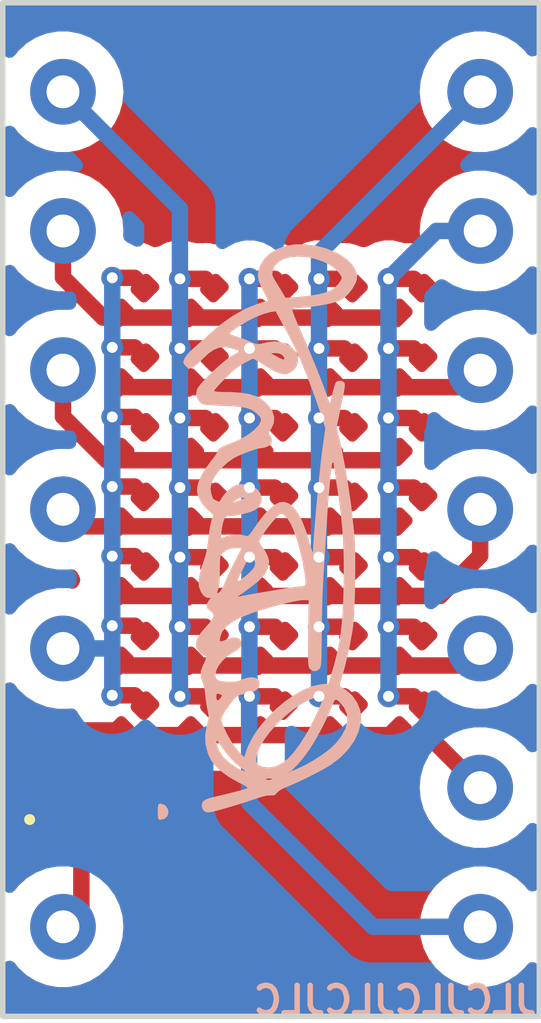
<source format=kicad_pcb>
(kicad_pcb (version 20221018) (generator pcbnew)
  (layers (0 "F.Cu" signal) (31 "B.Cu" signal) (34 "B.Paste" user) (35 "F.Paste" user) (36 "B.SilkS" user "B.Silkscreen") (37 "F.SilkS" user "F.Silkscreen") (38 "B.Mask" user) (39 "F.Mask" user) (44 "Edge.Cuts" user))
  (net 0 "")
  (net 1 "R1")
  (net 2 "C1")
  (net 3 "R2")
  (net 4 "R3")
  (net 5 "R4")
  (net 6 "R5")
  (net 7 "R6")
  (net 8 "R7")
  (net 9 "C2")
  (net 10 "C3")
  (net 11 "C4")
  (net 12 "C5")
  (net 13 "DP")
  (footprint "LED_SMD:LED_0201_0603Metric" (layer "F.Cu") (at 20.45 22.245 45)
    (fp_text reference "D32" hide)
    (fp_text value "LED" hide)
    (pad "1" smd roundrect (at -0.32 0 45) (size 0.46 0.4) (layers "F.Cu" "F.Mask") (net 5 "R4"))
    (pad "2" smd roundrect (at 0.32 0 45) (size 0.46 0.4) (layers "F.Cu" "F.Mask") (net 12 "C5"))
  )
  (footprint "LED_SMD:LED_0201_0603Metric" (layer "F.Cu") (at 20.45 24.785 45)
    (fp_text reference "D34" hide)
    (fp_text value "LED" hide)
    (pad "1" smd roundrect (at -0.32 0 45) (size 0.46 0.4) (layers "F.Cu" "F.Mask") (net 7 "R6"))
    (pad "2" smd roundrect (at 0.32 0 45) (size 0.46 0.4) (layers "F.Cu" "F.Mask") (net 12 "C5"))
  )
  (footprint "LED_SMD:LED_0201_0603Metric" (layer "F.Cu") (at 15.37 22.245 45)
    (fp_text reference "D4" hide)
    (fp_text value "LED" hide)
    (pad "1" smd roundrect (at -0.32 0 45) (size 0.46 0.4) (layers "F.Cu" "F.Mask") (net 5 "R4"))
    (pad "2" smd roundrect (at 0.32 0 45) (size 0.46 0.4) (layers "F.Cu" "F.Mask") (net 2 "C1"))
  )
  (footprint "LED_SMD:LED_0201_0603Metric" (layer "F.Cu") (at 19.18 23.515 45)
    (fp_text reference "D26" hide)
    (fp_text value "LED" hide)
    (pad "1" smd roundrect (at -0.32 0 45) (size 0.46 0.4) (layers "F.Cu" "F.Mask") (net 6 "R5"))
    (pad "2" smd roundrect (at 0.32 0 45) (size 0.46 0.4) (layers "F.Cu" "F.Mask") (net 11 "C4"))
  )
  (footprint "LED_SMD:LED_0201_0603Metric" (layer "F.Cu") (at 16.64 24.785 45)
    (fp_text reference "D13" hide)
    (fp_text value "LED" hide)
    (pad "1" smd roundrect (at -0.32 0 45) (size 0.46 0.4) (layers "F.Cu" "F.Mask") (net 7 "R6"))
    (pad "2" smd roundrect (at 0.32 0 45) (size 0.46 0.4) (layers "F.Cu" "F.Mask") (net 9 "C2"))
  )
  (footprint "LED_SMD:LED_0201_0603Metric" (layer "F.Cu") (at 20.45 19.705 45)
    (fp_text reference "D30" hide)
    (fp_text value "LED" hide)
    (pad "1" smd roundrect (at -0.32 0 45) (size 0.46 0.4) (layers "F.Cu" "F.Mask") (net 3 "R2"))
    (pad "2" smd roundrect (at 0.32 0 45) (size 0.46 0.4) (layers "F.Cu" "F.Mask") (net 12 "C5"))
  )
  (footprint "LED_SMD:LED_0201_0603Metric" (layer "F.Cu") (at 17.91 23.515 45)
    (fp_text reference "D19" hide)
    (fp_text value "LED" hide)
    (pad "1" smd roundrect (at -0.32 0 45) (size 0.46 0.4) (layers "F.Cu" "F.Mask") (net 6 "R5"))
    (pad "2" smd roundrect (at 0.32 0 45) (size 0.46 0.4) (layers "F.Cu" "F.Mask") (net 10 "C3"))
  )
  (footprint "LED_SMD:LED_0201_0603Metric" (layer "F.Cu") (at 17.91 26.055 45)
    (fp_text reference "D21" hide)
    (fp_text value "LED" hide)
    (pad "1" smd roundrect (at -0.32 0 45) (size 0.46 0.4) (layers "F.Cu" "F.Mask") (net 8 "R7"))
    (pad "2" smd roundrect (at 0.32 0 45) (size 0.46 0.4) (layers "F.Cu" "F.Mask") (net 10 "C3"))
  )
  (footprint "Package_DIP:DIP-14_W7.62mm" (layer "F.Cu") (at 14.1 14.625)
    (fp_text reference "J4" hide)
    (fp_text value "Conn_02x07_Counter_Clockwise" hide)
    (pad "1" thru_hole circle (at 0 0) (size 1.2 1.2) (drill 0.6) (layers "*.Cu" "*.Mask") (net 9 "C2"))
    (pad "2" thru_hole circle (at 0 2.54) (size 1.2 1.2) (drill 0.6) (layers "*.Cu" "*.Mask") (net 1 "R1"))
    (pad "3" thru_hole circle (at 0 5.08) (size 1.2 1.2) (drill 0.6) (layers "*.Cu" "*.Mask") (net 4 "R3"))
    (pad "4" thru_hole circle (at 0 7.62) (size 1.2 1.2) (drill 0.6) (layers "*.Cu" "*.Mask") (net 5 "R4"))
    (pad "5" thru_hole circle (at 0 10.16) (size 1.2 1.2) (drill 0.6) (layers "*.Cu" "*.Mask") (net 2 "C1"))
    (pad "7" thru_hole circle (at 0 15.24) (size 1.2 1.2) (drill 0.6) (layers "*.Cu" "*.Mask") (net 13 "DP"))
    (pad "8" thru_hole circle (at 7.62 15.24) (size 1.2 1.2) (drill 0.6) (layers "*.Cu" "*.Mask") (net 10 "C3"))
    (pad "9" thru_hole circle (at 7.62 12.7) (size 1.2 1.2) (drill 0.6) (layers "*.Cu" "*.Mask") (net 8 "R7"))
    (pad "10" thru_hole circle (at 7.62 10.16) (size 1.2 1.2) (drill 0.6) (layers "*.Cu" "*.Mask") (net 7 "R6"))
    (pad "11" thru_hole circle (at 7.62 7.62) (size 1.2 1.2) (drill 0.6) (layers "*.Cu" "*.Mask") (net 6 "R5"))
    (pad "12" thru_hole circle (at 7.62 5.08) (size 1.2 1.2) (drill 0.6) (layers "*.Cu" "*.Mask") (net 3 "R2"))
    (pad "13" thru_hole circle (at 7.62 2.54) (size 1.2 1.2) (drill 0.6) (layers "*.Cu" "*.Mask") (net 12 "C5"))
    (pad "14" thru_hole circle (at 7.62 0) (size 1.2 1.2) (drill 0.6) (layers "*.Cu" "*.Mask") (net 11 "C4"))
  )
  (footprint "LED_SMD:LED_0201_0603Metric" (layer "F.Cu") (at 15.37 18.435 45)
    (fp_text reference "D1" hide)
    (fp_text value "LED" hide)
    (pad "1" smd roundrect (at -0.32 0 45) (size 0.46 0.4) (layers "F.Cu" "F.Mask") (net 1 "R1"))
    (pad "2" smd roundrect (at 0.32 0 45) (size 0.46 0.4) (layers "F.Cu" "F.Mask") (net 2 "C1"))
  )
  (footprint "LED_SMD:LED_0201_0603Metric" (layer "F.Cu") (at 15.37 24.785 45)
    (fp_text reference "D6" hide)
    (fp_text value "LED" hide)
    (pad "1" smd roundrect (at -0.32 0 45) (size 0.46 0.4) (layers "F.Cu" "F.Mask") (net 7 "R6"))
    (pad "2" smd roundrect (at 0.32 0 45) (size 0.46 0.4) (layers "F.Cu" "F.Mask") (net 2 "C1"))
  )
  (footprint "LED_SMD:LED_0201_0603Metric" (layer "F.Cu") (at 17.91 19.705 45)
    (fp_text reference "D16" hide)
    (fp_text value "LED" hide)
    (pad "1" smd roundrect (at -0.32 0 45) (size 0.46 0.4) (layers "F.Cu" "F.Mask") (net 3 "R2"))
    (pad "2" smd roundrect (at 0.32 0 45) (size 0.46 0.4) (layers "F.Cu" "F.Mask") (net 10 "C3"))
  )
  (footprint "LED_SMD:LED_0201_0603Metric" (layer "F.Cu") (at 15.37 19.705 45)
    (fp_text reference "D2" hide)
    (fp_text value "LED" hide)
    (pad "1" smd roundrect (at -0.32 0 45) (size 0.46 0.4) (layers "F.Cu" "F.Mask") (net 3 "R2"))
    (pad "2" smd roundrect (at 0.32 0 45) (size 0.46 0.4) (layers "F.Cu" "F.Mask") (net 2 "C1"))
  )
  (footprint "LED_SMD:LED_0201_0603Metric" (layer "F.Cu") (at 19.18 19.705 45)
    (fp_text reference "D23" hide)
    (fp_text value "LED" hide)
    (pad "1" smd roundrect (at -0.32 0 45) (size 0.46 0.4) (layers "F.Cu" "F.Mask") (net 3 "R2"))
    (pad "2" smd roundrect (at 0.32 0 45) (size 0.46 0.4) (layers "F.Cu" "F.Mask") (net 11 "C4"))
  )
  (footprint "LED_SMD:LED_0201_0603Metric" (layer "F.Cu") (at 20.45 26.055 45)
    (fp_text reference "D35" hide)
    (fp_text value "LED" hide)
    (pad "1" smd roundrect (at -0.32 0 45) (size 0.46 0.4) (layers "F.Cu" "F.Mask") (net 8 "R7"))
    (pad "2" smd roundrect (at 0.32 0 45) (size 0.46 0.4) (layers "F.Cu" "F.Mask") (net 12 "C5"))
  )
  (footprint "LED_SMD:LED_0201_0603Metric" (layer "F.Cu") (at 19.18 24.785 45)
    (fp_text reference "D27" hide)
    (fp_text value "LED" hide)
    (pad "1" smd roundrect (at -0.32 0 45) (size 0.46 0.4) (layers "F.Cu" "F.Mask") (net 7 "R6"))
    (pad "2" smd roundrect (at 0.32 0 45) (size 0.46 0.4) (layers "F.Cu" "F.Mask") (net 11 "C4"))
  )
  (footprint "LED_SMD:LED_0201_0603Metric" (layer "F.Cu") (at 17.91 24.785 45)
    (fp_text reference "D20" hide)
    (fp_text value "LED" hide)
    (pad "1" smd roundrect (at -0.32 0 45) (size 0.46 0.4) (layers "F.Cu" "F.Mask") (net 7 "R6"))
    (pad "2" smd roundrect (at 0.32 0 45) (size 0.46 0.4) (layers "F.Cu" "F.Mask") (net 10 "C3"))
  )
  (footprint "LED_SMD:LED_0201_0603Metric" (layer "F.Cu") (at 19.18 18.435 45)
    (fp_text reference "D22" hide)
    (fp_text value "LED" hide)
    (pad "1" smd roundrect (at -0.32 0 45) (size 0.46 0.4) (layers "F.Cu" "F.Mask") (net 1 "R1"))
    (pad "2" smd roundrect (at 0.32 0 45) (size 0.46 0.4) (layers "F.Cu" "F.Mask") (net 11 "C4"))
  )
  (footprint "LED_SMD:LED_0201_0603Metric" (layer "F.Cu") (at 20.45 23.515 45)
    (fp_text reference "D33" hide)
    (fp_text value "LED" hide)
    (pad "1" smd roundrect (at -0.32 0 45) (size 0.46 0.4) (layers "F.Cu" "F.Mask") (net 6 "R5"))
    (pad "2" smd roundrect (at 0.32 0 45) (size 0.46 0.4) (layers "F.Cu" "F.Mask") (net 12 "C5"))
  )
  (footprint "LED_SMD:LED_0201_0603Metric" (layer "F.Cu") (at 16.64 20.975 45)
    (fp_text reference "D10" hide)
    (fp_text value "LED" hide)
    (pad "1" smd roundrect (at -0.32 0 45) (size 0.46 0.4) (layers "F.Cu" "F.Mask") (net 4 "R3"))
    (pad "2" smd roundrect (at 0.32 0 45) (size 0.46 0.4) (layers "F.Cu" "F.Mask") (net 9 "C2"))
  )
  (footprint "LED_SMD:LED_0201_0603Metric" (layer "F.Cu") (at 19.18 26.055 45)
    (fp_text reference "D28" hide)
    (fp_text value "LED" hide)
    (pad "1" smd roundrect (at -0.32 0 45) (size 0.46 0.4) (layers "F.Cu" "F.Mask") (net 8 "R7"))
    (pad "2" smd roundrect (at 0.32 0 45) (size 0.46 0.4) (layers "F.Cu" "F.Mask") (net 11 "C4"))
  )
  (footprint "LED_SMD:LED_0201_0603Metric" (layer "F.Cu") (at 16.64 18.435 45)
    (fp_text reference "D8" hide)
    (fp_text value "LED" hide)
    (pad "1" smd roundrect (at -0.32 0 45) (size 0.46 0.4) (layers "F.Cu" "F.Mask") (net 1 "R1"))
    (pad "2" smd roundrect (at 0.32 0 45) (size 0.46 0.4) (layers "F.Cu" "F.Mask") (net 9 "C2"))
  )
  (footprint "LED_SMD:LED_0201_0603Metric" (layer "F.Cu") (at 16.64 19.705 45)
    (fp_text reference "D9" hide)
    (fp_text value "LED" hide)
    (pad "1" smd roundrect (at -0.32 0 45) (size 0.46 0.4) (layers "F.Cu" "F.Mask") (net 3 "R2"))
    (pad "2" smd roundrect (at 0.32 0 45) (size 0.46 0.4) (layers "F.Cu" "F.Mask") (net 9 "C2"))
  )
  (footprint "LED_SMD:LED_0201_0603Metric" (layer "F.Cu") (at 19.18 20.975 45)
    (fp_text reference "D24" hide)
    (fp_text value "LED" hide)
    (pad "1" smd roundrect (at -0.32 0 45) (size 0.46 0.4) (layers "F.Cu" "F.Mask") (net 4 "R3"))
    (pad "2" smd roundrect (at 0.32 0 45) (size 0.46 0.4) (layers "F.Cu" "F.Mask") (net 11 "C4"))
  )
  (footprint "LED_SMD:LED_0201_0603Metric" (layer "F.Cu") (at 16.64 23.515 45)
    (fp_text reference "D12" hide)
    (fp_text value "LED" hide)
    (pad "1" smd roundrect (at -0.32 0 45) (size 0.46 0.4) (layers "F.Cu" "F.Mask") (net 6 "R5"))
    (pad "2" smd roundrect (at 0.32 0 45) (size 0.46 0.4) (layers "F.Cu" "F.Mask") (net 9 "C2"))
  )
  (footprint "LED_SMD:LED_0201_0603Metric" (layer "F.Cu") (at 17.91 22.245 45)
    (fp_text reference "D18" hide)
    (fp_text value "LED" hide)
    (pad "1" smd roundrect (at -0.32 0 45) (size 0.46 0.4) (layers "F.Cu" "F.Mask") (net 5 "R4"))
    (pad "2" smd roundrect (at 0.32 0 45) (size 0.46 0.4) (layers "F.Cu" "F.Mask") (net 10 "C3"))
  )
  (footprint "LED_SMD:LED_0201_0603Metric" (layer "F.Cu") (at 20.45 20.975 45)
    (fp_text reference "D31" hide)
    (fp_text value "LED" hide)
    (pad "1" smd roundrect (at -0.32 0 45) (size 0.46 0.4) (layers "F.Cu" "F.Mask") (net 4 "R3"))
    (pad "2" smd roundrect (at 0.32 0 45) (size 0.46 0.4) (layers "F.Cu" "F.Mask") (net 12 "C5"))
  )
  (footprint "LED_SMD:LED_0201_0603Metric" (layer "F.Cu") (at 14.1 27.3 45)
    (fp_text reference "D36" hide)
    (fp_text value "LED" hide)
    (pad "1" smd roundrect (at -0.32 0 45) (size 0.46 0.4) (layers "F.Cu" "F.Mask") (net 8 "R7"))
    (pad "2" smd roundrect (at 0.32 0 45) (size 0.46 0.4) (layers "F.Cu" "F.Mask") (net 13 "DP"))
  )
  (footprint "LED_SMD:LED_0201_0603Metric" (layer "F.Cu") (at 20.45 18.435 45)
    (fp_text reference "D29" hide)
    (fp_text value "LED" hide)
    (pad "1" smd roundrect (at -0.32 0 45) (size 0.46 0.4) (layers "F.Cu" "F.Mask") (net 1 "R1"))
    (pad "2" smd roundrect (at 0.32 0 45) (size 0.46 0.4) (layers "F.Cu" "F.Mask") (net 12 "C5"))
  )
  (footprint "LED_SMD:LED_0201_0603Metric" (layer "F.Cu") (at 19.18 22.245 45)
    (fp_text reference "D25" hide)
    (fp_text value "LED" hide)
    (pad "1" smd roundrect (at -0.32 0 45) (size 0.46 0.4) (layers "F.Cu" "F.Mask") (net 5 "R4"))
    (pad "2" smd roundrect (at 0.32 0 45) (size 0.46 0.4) (layers "F.Cu" "F.Mask") (net 11 "C4"))
  )
  (footprint "LED_SMD:LED_0201_0603Metric" (layer "F.Cu") (at 15.37 26.055 45)
    (fp_text reference "D7" hide)
    (fp_text value "LED" hide)
    (pad "1" smd roundrect (at -0.32 0 45) (size 0.46 0.4) (layers "F.Cu" "F.Mask") (net 8 "R7"))
    (pad "2" smd roundrect (at 0.32 0 45) (size 0.46 0.4) (layers "F.Cu" "F.Mask") (net 2 "C1"))
  )
  (footprint "LED_SMD:LED_0201_0603Metric" (layer "F.Cu") (at 15.37 20.975 45)
    (fp_text reference "D3" hide)
    (fp_text value "LED" hide)
    (pad "1" smd roundrect (at -0.32 0 45) (size 0.46 0.4) (layers "F.Cu" "F.Mask") (net 4 "R3"))
    (pad "2" smd roundrect (at 0.32 0 45) (size 0.46 0.4) (layers "F.Cu" "F.Mask") (net 2 "C1"))
  )
  (footprint "LED_SMD:LED_0201_0603Metric" (layer "F.Cu") (at 17.91 20.975 45)
    (fp_text reference "D17" hide)
    (fp_text value "LED" hide)
    (pad "1" smd roundrect (at -0.32 0 45) (size 0.46 0.4) (layers "F.Cu" "F.Mask") (net 4 "R3"))
    (pad "2" smd roundrect (at 0.32 0 45) (size 0.46 0.4) (layers "F.Cu" "F.Mask") (net 10 "C3"))
  )
  (footprint "LED_SMD:LED_0201_0603Metric" (layer "F.Cu") (at 16.64 22.245 45)
    (fp_text reference "D11" hide)
    (fp_text value "LED" hide)
    (pad "1" smd roundrect (at -0.32 0 45) (size 0.46 0.4) (layers "F.Cu" "F.Mask") (net 5 "R4"))
    (pad "2" smd roundrect (at 0.32 0 45) (size 0.46 0.4) (layers "F.Cu" "F.Mask") (net 9 "C2"))
  )
  (footprint "LED_SMD:LED_0201_0603Metric" (layer "F.Cu") (at 17.91 18.435 45)
    (fp_text reference "D15" hide)
    (fp_text value "LED" hide)
    (pad "1" smd roundrect (at -0.32 0 45) (size 0.46 0.4) (layers "F.Cu" "F.Mask") (net 1 "R1"))
    (pad "2" smd roundrect (at 0.32 0 45) (size 0.46 0.4) (layers "F.Cu" "F.Mask") (net 10 "C3"))
  )
  (footprint "LED_SMD:LED_0201_0603Metric" (layer "F.Cu") (at 15.37 23.515 45)
    (fp_text reference "D5" hide)
    (fp_text value "LED" hide)
    (pad "1" smd roundrect (at -0.32 0 45) (size 0.46 0.4) (layers "F.Cu" "F.Mask") (net 6 "R5"))
    (pad "2" smd roundrect (at 0.32 0 45) (size 0.46 0.4) (layers "F.Cu" "F.Mask") (net 2 "C1"))
  )
  (footprint "LED_SMD:LED_0201_0603Metric" (layer "F.Cu") (at 16.64 26.055 45)
    (fp_text reference "D14" hide)
    (fp_text value "LED" hide)
    (pad "1" smd roundrect (at -0.32 0 45) (size 0.46 0.4) (layers "F.Cu" "F.Mask") (net 8 "R7"))
    (pad "2" smd roundrect (at 0.32 0 45) (size 0.46 0.4) (layers "F.Cu" "F.Mask") (net 9 "C2"))
  )
  (footprint "LOGO" (layer "B.Cu") (at 17.91 22.245 90)
    (fp_text reference "G***" hide)
    (fp_text value "LOGO" hide)
  )
  (gr_rect (start 13 13) (end 22.8 31.5) (stroke (width 0.1)) (fill none) (layer "Edge.Cuts"))
  (gr_text "JLCJLCJLCJLC" (at 22.8 31.5) (layer "B.SilkS") (effects (font (size 0.5 0.5) (thickness 0.1) bold) (justify left bottom mirror)))
  (segment (start 14.1 17.165) (end 14.1 18.013528) (width 0.3) (layer "F.Cu") (net 1))
  (segment (start 14.1 18.013528) (end 14.886472 18.8) (width 0.15) (layer "F.Cu") (net 1))
  (segment (start 14.1 18.013528) (end 14.832833 18.746361) (width 0.3) (layer "F.Cu") (net 1))
  (segment (start 14.886472 18.8) (end 20.085 18.8) (width 0.15) (layer "F.Cu") (net 1))
  (segment (start 20.138639 18.746361) (end 20.223726 18.661274) (width 0.15) (layer "F.Cu") (net 1))
  (segment (start 14.832833 18.746361) (end 20.138639 18.746361) (width 0.3) (layer "F.Cu") (net 1))
  (segment (start 15.407548 25.64) (end 15 25.64) (width 0.3) (layer "F.Cu") (net 2))
  (segment (start 15.407548 20.56) (end 15.596274 20.748726) (width 0.3) (layer "F.Cu") (net 2))
  (segment (start 15.596274 25.828726) (end 15.407548 25.64) (width 0.3) (layer "F.Cu") (net 2))
  (segment (start 15 21.83) (end 15.407548 21.83) (width 0.3) (layer "F.Cu") (net 2))
  (segment (start 15.407548 18.02) (end 15.596274 18.208726) (width 0.3) (layer "F.Cu") (net 2))
  (segment (start 15.407548 23.1) (end 15.596274 23.288726) (width 0.3) (layer "F.Cu") (net 2))
  (segment (start 15 18.02) (end 15.407548 18.02) (width 0.3) (layer "F.Cu") (net 2))
  (segment (start 15 20.56) (end 15.407548 20.56) (width 0.3) (layer "F.Cu") (net 2))
  (segment (start 15.407548 24.37) (end 15 24.37) (width 0.3) (layer "F.Cu") (net 2))
  (segment (start 15.407548 21.83) (end 15.596274 22.018726) (width 0.3) (layer "F.Cu") (net 2))
  (segment (start 15.596274 24.558726) (end 15.407548 24.37) (width 0.3) (layer "F.Cu") (net 2))
  (segment (start 15 23.1) (end 15.407548 23.1) (width 0.3) (layer "F.Cu") (net 2))
  (segment (start 15.407548 19.29) (end 15.596274 19.478726) (width 0.3) (layer "F.Cu") (net 2))
  (segment (start 15 19.29) (end 15.407548 19.29) (width 0.3) (layer "F.Cu") (net 2))
  (via (at 15 24.37) (size 0.4) (drill 0.2) (layers "F.Cu" "B.Cu") (net 2))
  (via (at 15 25.64) (size 0.4) (drill 0.2) (layers "F.Cu" "B.Cu") (net 2))
  (via (at 15 23.1) (size 0.4) (drill 0.2) (layers "F.Cu" "B.Cu") (net 2))
  (via (at 15 21.83) (size 0.4) (drill 0.2) (layers "F.Cu" "B.Cu") (net 2))
  (via (at 15 20.56) (size 0.4) (drill 0.2) (layers "F.Cu" "B.Cu") (net 2))
  (via (at 15 19.29) (size 0.4) (drill 0.2) (layers "F.Cu" "B.Cu") (net 2))
  (via (at 15 18.02) (size 0.4) (drill 0.2) (layers "F.Cu" "B.Cu") (net 2))
  (segment (start 14.985 24.785) (end 15 24.8) (width 0.3) (layer "B.Cu") (net 2))
  (segment (start 15 18.02) (end 15 24.8) (width 0.3) (layer "B.Cu") (net 2))
  (segment (start 15 24.8) (end 15 25.64) (width 0.3) (layer "B.Cu") (net 2))
  (segment (start 14.1 24.785) (end 14.985 24.785) (width 0.3) (layer "B.Cu") (net 2))
  (segment (start 15.228813 20.016361) (end 15.143726 19.931274) (width 0.15) (layer "F.Cu") (net 3))
  (segment (start 21.72 19.705) (end 21.408639 20.016361) (width 0.15) (layer "F.Cu") (net 3))
  (segment (start 21.408639 20.016361) (end 15.228813 20.016361) (width 0.3) (layer "F.Cu") (net 3))
  (segment (start 14.832833 21.286361) (end 15 21.286361) (width 0.15) (layer "F.Cu") (net 4))
  (segment (start 20.075 21.35) (end 20.223726 21.201274) (width 0.15) (layer "F.Cu") (net 4))
  (segment (start 14.1 20.553528) (end 14.896472 21.35) (width 0.3) (layer "F.Cu") (net 4))
  (segment (start 15 21.286361) (end 20.138639 21.286361) (width 0.15) (layer "F.Cu") (net 4))
  (segment (start 15.228813 21.286361) (end 16.328639 21.286361) (width 0.15) (layer "F.Cu") (net 4))
  (segment (start 14.1 20.553528) (end 14.832833 21.286361) (width 0.15) (layer "F.Cu") (net 4))
  (segment (start 16.413726 21.201274) (end 16.498813 21.286361) (width 0.15) (layer "F.Cu") (net 4))
  (segment (start 14.896472 21.35) (end 20.075 21.35) (width 0.3) (layer "F.Cu") (net 4))
  (segment (start 15.085087 21.201274) (end 15 21.286361) (width 0.15) (layer "F.Cu") (net 4))
  (segment (start 16.328639 21.286361) (end 16.413726 21.201274) (width 0.15) (layer "F.Cu") (net 4))
  (segment (start 15.143726 21.201274) (end 15.228813 21.286361) (width 0.15) (layer "F.Cu") (net 4))
  (segment (start 15.143726 21.201274) (end 15.085087 21.201274) (width 0.15) (layer "F.Cu") (net 4))
  (segment (start 16.8 21.286361) (end 15.228813 21.286361) (width 0.15) (layer "F.Cu") (net 4))
  (segment (start 14.1 19.705) (end 14.1 20.553528) (width 0.3) (layer "F.Cu") (net 4))
  (segment (start 14.411361 22.556361) (end 20.138639 22.556361) (width 0.3) (layer "F.Cu") (net 5))
  (segment (start 20.138639 22.556361) (end 20.223726 22.471274) (width 0.15) (layer "F.Cu") (net 5))
  (segment (start 14.1 22.245) (end 14.411361 22.556361) (width 0.15) (layer "F.Cu") (net 5))
  (segment (start 21.72 22.245) (end 21.72 23.093528) (width 0.3) (layer "F.Cu") (net 6))
  (segment (start 15.228813 23.826361) (end 15.143726 23.741274) (width 0.15) (layer "F.Cu") (net 6))
  (segment (start 20.987167 23.826361) (end 15.228813 23.826361) (width 0.3) (layer "F.Cu") (net 6))
  (segment (start 21.72 23.093528) (end 20.987167 23.826361) (width 0.3) (layer "F.Cu") (net 6))
  (segment (start 15.228813 25.096361) (end 15.143726 25.011274) (width 0.15) (layer "F.Cu") (net 7))
  (segment (start 21.72 24.785) (end 21.408639 25.096361) (width 0.15) (layer "F.Cu") (net 7))
  (segment (start 21.408639 25.096361) (end 15.228813 25.096361) (width 0.3) (layer "F.Cu") (net 7))
  (segment (start 15.228813 26.366361) (end 20.761361 26.366361) (width 0.3) (layer "F.Cu") (net 8))
  (segment (start 21.267452 27.325) (end 21.72 27.325) (width 0.15) (layer "F.Cu") (net 8))
  (segment (start 15.143726 26.281274) (end 15.228813 26.366361) (width 0.15) (layer "F.Cu") (net 8))
  (segment (start 14.446974 26.281274) (end 15.143726 26.281274) (width 0.3) (layer "F.Cu") (net 8))
  (segment (start 13.788639 26.939609) (end 14.446974 26.281274) (width 0.3) (layer "F.Cu") (net 8))
  (segment (start 13.873726 27.526274) (end 13.788639 27.441187) (width 0.15) (layer "F.Cu") (net 8))
  (segment (start 20.761361 26.366361) (end 21.72 27.325) (width 0.3) (layer "F.Cu") (net 8))
  (segment (start 13.788639 27.441187) (end 13.788639 26.939609) (width 0.3) (layer "F.Cu") (net 8))
  (segment (start 16.235773 20.578848) (end 16.696396 20.578848) (width 0.3) (layer "F.Cu") (net 9))
  (segment (start 16.696396 21.848848) (end 16.866274 22.018726) (width 0.3) (layer "F.Cu") (net 9))
  (segment (start 16.866274 25.828726) (end 16.696396 25.658848) (width 0.3) (layer "F.Cu") (net 9))
  (segment (start 16.696396 19.308848) (end 16.866274 19.478726) (width 0.3) (layer "F.Cu") (net 9))
  (segment (start 16.235773 25.658848) (end 16.208909 25.658848) (width 0.3) (layer "F.Cu") (net 9))
  (segment (start 16.866274 24.558726) (end 16.696396 24.388848) (width 0.3) (layer "F.Cu") (net 9))
  (segment (start 16.235773 19.308848) (end 16.696396 19.308848) (width 0.3) (layer "F.Cu") (net 9))
  (segment (start 16.235773 23.118848) (end 16.696396 23.118848) (width 0.3) (layer "F.Cu") (net 9))
  (segment (start 16.696396 24.388848) (end 16.235773 24.388848) (width 0.3) (layer "F.Cu") (net 9))
  (segment (start 16.696396 25.658848) (end 16.235773 25.658848) (width 0.3) (layer "F.Cu") (net 9))
  (segment (start 16.696396 18.038848) (end 16.235773 18.038848) (width 0.3) (layer "F.Cu") (net 9))
  (segment (start 16.866274 18.208726) (end 16.696396 18.038848) (width 0.3) (layer "F.Cu") (net 9))
  (segment (start 16.696396 20.578848) (end 16.866274 20.748726) (width 0.3) (layer "F.Cu") (net 9))
  (segment (start 16.696396 23.118848) (end 16.866274 23.288726) (width 0.3) (layer "F.Cu") (net 9))
  (segment (start 16.235773 21.848848) (end 16.696396 21.848848) (width 0.3) (layer "F.Cu") (net 9))
  (via (at 16.235773 20.578848) (size 0.4) (drill 0.2) (layers "F.Cu" "B.Cu") (net 9))
  (via (at 16.235773 18.038848) (size 0.4) (drill 0.2) (layers "F.Cu" "B.Cu") (net 9))
  (via (at 16.235773 25.658848) (size 0.4) (drill 0.2) (layers "F.Cu" "B.Cu") (net 9))
  (via (at 16.235773 21.848848) (size 0.4) (drill 0.2) (layers "F.Cu" "B.Cu") (net 9))
  (via (at 16.235773 19.308848) (size 0.4) (drill 0.2) (layers "F.Cu" "B.Cu") (net 9))
  (via (at 16.235773 24.388848) (size 0.4) (drill 0.2) (layers "F.Cu" "B.Cu") (net 9))
  (via (at 16.235773 23.118848) (size 0.4) (drill 0.2) (layers "F.Cu" "B.Cu") (net 9))
  (segment (start 16.235773 16.760773) (end 14.1 14.625) (width 0.3) (layer "B.Cu") (net 9))
  (segment (start 16.235773 18.038848) (end 16.235773 25.658848) (width 0.3) (layer "B.Cu") (net 9))
  (segment (start 16.235773 18.038848) (end 16.235773 16.760773) (width 0.3) (layer "B.Cu") (net 9))
  (segment (start 18.136274 18.208726) (end 17.966396 18.038848) (width 0.3) (layer "F.Cu") (net 10))
  (segment (start 17.505773 19.308848) (end 17.966396 19.308848) (width 0.3) (layer "F.Cu") (net 10))
  (segment (start 17.966396 18.038848) (end 17.505773 18.038848) (width 0.3) (layer "F.Cu") (net 10))
  (segment (start 17.966396 23.118848) (end 17.505773 23.118848) (width 0.3) (layer "F.Cu") (net 10))
  (segment (start 18.136274 24.558726) (end 17.966396 24.388848) (width 0.3) (layer "F.Cu") (net 10))
  (segment (start 18.136274 20.748726) (end 17.966396 20.578848) (width 0.3) (layer "F.Cu") (net 10))
  (segment (start 17.966396 24.388848) (end 17.505773 24.388848) (width 0.3) (layer "F.Cu") (net 10))
  (segment (start 18.136274 23.288726) (end 17.966396 23.118848) (width 0.3) (layer "F.Cu") (net 10))
  (segment (start 18.136274 25.828726) (end 17.966396 25.658848) (width 0.3) (layer "F.Cu") (net 10))
  (segment (start 17.966396 19.308848) (end 18.136274 19.478726) (width 0.3) (layer "F.Cu") (net 10))
  (segment (start 17.966396 25.658848) (end 17.505773 25.658848) (width 0.3) (layer "F.Cu") (net 10))
  (segment (start 18.136274 22.018726) (end 17.966396 21.848848) (width 0.3) (layer "F.Cu") (net 10))
  (segment (start 17.966396 20.578848) (end 17.505773 20.578848) (width 0.3) (layer "F.Cu") (net 10))
  (segment (start 17.966396 21.848848) (end 17.505773 21.848848) (width 0.3) (layer "F.Cu") (net 10))
  (via (at 17.505773 24.388848) (size 0.4) (drill 0.2) (layers "F.Cu" "B.Cu") (net 10))
  (via (at 17.505773 19.308848) (size 0.4) (drill 0.2) (layers "F.Cu" "B.Cu") (net 10))
  (via (at 17.505773 18.038848) (size 0.4) (drill 0.2) (layers "F.Cu" "B.Cu") (net 10))
  (via (at 17.505773 21.848848) (size 0.4) (drill 0.2) (layers "F.Cu" "B.Cu") (net 10))
  (via (at 17.505773 23.118848) (size 0.4) (drill 0.2) (layers "F.Cu" "B.Cu") (net 10))
  (via (at 17.505773 25.658848) (size 0.4) (drill 0.2) (layers "F.Cu" "B.Cu") (net 10))
  (via (at 17.505773 20.578848) (size 0.4) (drill 0.2) (layers "F.Cu" "B.Cu") (net 10))
  (segment (start 17.5 25.664621) (end 17.505773 25.658848) (width 0.3) (layer "B.Cu") (net 10))
  (segment (start 17.5 27.6) (end 17.5 25.664621) (width 0.3) (layer "B.Cu") (net 10))
  (segment (start 17.505773 25.658848) (end 17.505773 18.038848) (width 0.3) (layer "B.Cu") (net 10))
  (segment (start 19.765 29.865) (end 17.5 27.6) (width 0.3) (layer "B.Cu") (net 10))
  (segment (start 21.72 29.865) (end 19.765 29.865) (width 0.3) (layer "B.Cu") (net 10))
  (segment (start 19.236396 21.848848) (end 18.775773 21.848848) (width 0.3) (layer "F.Cu") (net 11))
  (segment (start 19.236396 25.658848) (end 18.775773 25.658848) (width 0.3) (layer "F.Cu") (net 11))
  (segment (start 19.406274 24.558726) (end 19.236396 24.388848) (width 0.3) (layer "F.Cu") (net 11))
  (segment (start 19.236396 19.308848) (end 18.775773 19.308848) (width 0.3) (layer "F.Cu") (net 11))
  (segment (start 19.236396 20.578848) (end 18.775773 20.578848) (width 0.3) (layer "F.Cu") (net 11))
  (segment (start 19.236396 24.388848) (end 18.775773 24.388848) (width 0.3) (layer "F.Cu") (net 11))
  (segment (start 19.236396 23.118848) (end 18.775773 23.118848) (width 0.3) (layer "F.Cu") (net 11))
  (segment (start 19.406274 25.828726) (end 19.236396 25.658848) (width 0.3) (layer "F.Cu") (net 11))
  (segment (start 19.406274 20.748726) (end 19.236396 20.578848) (width 0.3) (layer "F.Cu") (net 11))
  (segment (start 19.406274 18.208726) (end 19.236396 18.038848) (width 0.3) (layer "F.Cu") (net 11))
  (segment (start 19.406274 23.288726) (end 19.236396 23.118848) (width 0.3) (layer "F.Cu") (net 11))
  (segment (start 19.236396 18.038848) (end 18.775773 18.038848) (width 0.3) (layer "F.Cu") (net 11))
  (segment (start 19.406274 19.478726) (end 19.236396 19.308848) (width 0.3) (layer "F.Cu") (net 11))
  (segment (start 19.406274 22.018726) (end 19.236396 21.848848) (width 0.3) (layer "F.Cu") (net 11))
  (via (at 18.775773 25.658848) (size 0.4) (drill 0.2) (layers "F.Cu" "B.Cu") (net 11))
  (via (at 18.775773 19.308848) (size 0.4) (drill 0.2) (layers "F.Cu" "B.Cu") (net 11))
  (via (at 18.775773 24.388848) (size 0.4) (drill 0.2) (layers "F.Cu" "B.Cu") (net 11))
  (via (at 18.775773 20.578848) (size 0.4) (drill 0.2) (layers "F.Cu" "B.Cu") (net 11))
  (via (at 18.775773 23.118848) (size 0.4) (drill 0.2) (layers "F.Cu" "B.Cu") (net 11))
  (via (at 18.775773 21.848848) (size 0.4) (drill 0.2) (layers "F.Cu" "B.Cu") (net 11))
  (via (at 18.775773 18.038848) (size 0.4) (drill 0.2) (layers "F.Cu" "B.Cu") (net 11))
  (segment (start 18.775773 18.038848) (end 18.775773 25.658848) (width 0.3) (layer "B.Cu") (net 11))
  (segment (start 18.775773 17.569227) (end 21.72 14.625) (width 0.3) (layer "B.Cu") (net 11))
  (segment (start 18.775773 18.038848) (end 18.775773 17.569227) (width 0.3) (layer "B.Cu") (net 11))
  (segment (start 20.506396 24.388848) (end 20.045773 24.388848) (width 0.3) (layer "F.Cu") (net 12))
  (segment (start 20.506396 23.118848) (end 20.045773 23.118848) (width 0.3) (layer "F.Cu") (net 12))
  (segment (start 20.676274 22.018726) (end 20.506396 21.848848) (width 0.3) (layer "F.Cu") (net 12))
  (segment (start 20.676274 18.208726) (end 20.506396 18.038848) (width 0.3) (layer "F.Cu") (net 12))
  (segment (start 20.676274 24.558726) (end 20.506396 24.388848) (width 0.3) (layer "F.Cu") (net 12))
  (segment (start 20.676274 20.748726) (end 20.506396 20.578848) (width 0.3) (layer "F.Cu") (net 12))
  (segment (start 20.676274 25.828726) (end 20.506396 25.658848) (width 0.3) (layer "F.Cu") (net 12))
  (segment (start 20.506396 19.308848) (end 20.045773 19.308848) (width 0.3) (layer "F.Cu") (net 12))
  (segment (start 20.506396 21.848848) (end 20.045773 21.848848) (width 0.3) (layer "F.Cu") (net 12))
  (segment (start 20.506396 18.038848) (end 20.045773 18.038848) (width 0.3) (layer "F.Cu") (net 12))
  (segment (start 20.506396 20.578848) (end 20.045773 20.578848) (width 0.3) (layer "F.Cu") (net 12))
  (segment (start 20.506396 25.658848) (end 20.045773 25.658848) (width 0.3) (layer "F.Cu") (net 12))
  (segment (start 20.676274 23.288726) (end 20.506396 23.118848) (width 0.3) (layer "F.Cu") (net 12))
  (segment (start 20.676274 19.478726) (end 20.506396 19.308848) (width 0.3) (layer "F.Cu") (net 12))
  (via (at 20.045773 18.038848) (size 0.4) (drill 0.2) (layers "F.Cu" "B.Cu") (net 12))
  (via (at 20.045773 25.658848) (size 0.4) (drill 0.2) (layers "F.Cu" "B.Cu") (net 12))
  (via (at 20.045773 20.578848) (size 0.4) (drill 0.2) (layers "F.Cu" "B.Cu") (net 12))
  (via (at 20.045773 24.388848) (size 0.4) (drill 0.2) (layers "F.Cu" "B.Cu") (net 12))
  (via (at 20.045773 21.848848) (size 0.4) (drill 0.2) (layers "F.Cu" "B.Cu") (net 12))
  (via (at 20.045773 19.308848) (size 0.4) (drill 0.2) (layers "F.Cu" "B.Cu") (net 12))
  (via (at 20.045773 23.118848) (size 0.4) (drill 0.2) (layers "F.Cu" "B.Cu") (net 12))
  (segment (start 21.72 17.165) (end 20.919621 17.165) (width 0.3) (layer "B.Cu") (net 12))
  (segment (start 20.919621 17.165) (end 20.045773 18.038848) (width 0.3) (layer "B.Cu") (net 12))
  (segment (start 20.045773 25.658848) (end 20.045773 18.038848) (width 0.3) (layer "B.Cu") (net 12))
  (segment (start 14.436361 27.183813) (end 14.436361 29.528639) (width 0.3) (layer "F.Cu") (net 13))
  (segment (start 14.436361 29.528639) (end 14.1 29.865) (width 0.2) (layer "F.Cu") (net 13))
  (segment (start 14.326274 27.073726) (end 14.436361 27.183813) (width 0.2) (layer "F.Cu") (net 13))
  (zone (net 0) (net_name "") (layers "F&B.Cu") (connect_pads yes (clearance 0.5)) (min_thickness 0.25) (fill yes (thermal_gap 0.5) (thermal_bridge_width 0.5) (island_removal_mode 1) (island_area_min 10))
    (polygon (pts (xy 13 13) (xy 22.8 13) (xy 22.8 31.5) (xy 13 31.5) (xy 13 13.05)))
  )
)
</source>
